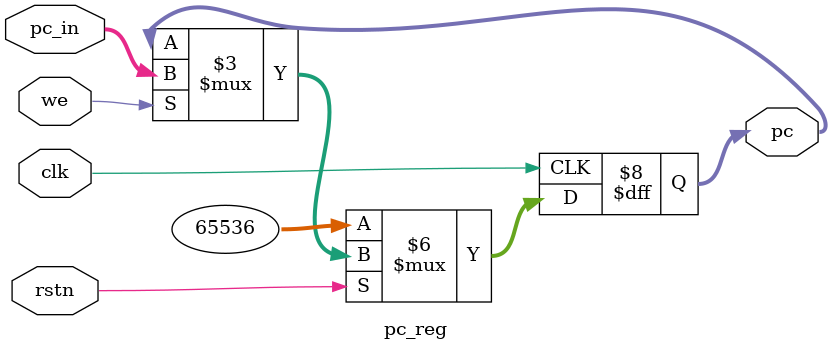
<source format=v>
module pc_reg (
  input clk, 
  input rstn,
  input we,
  input [31:0] pc_in,
  output reg [31:0] pc
);


parameter PC_INITIAL = 32'h0001_0000;


always @ (posedge clk) begin
  if (!rstn) pc <= PC_INITIAL;
  else if (we) pc <= pc_in;
end

endmodule

</source>
